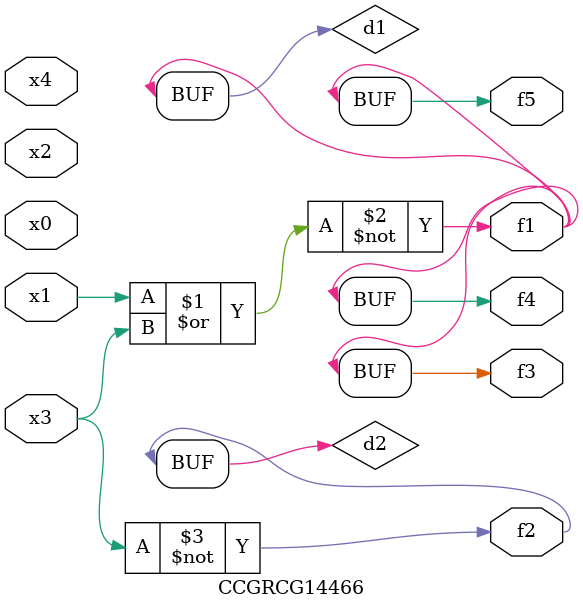
<source format=v>
module CCGRCG14466(
	input x0, x1, x2, x3, x4,
	output f1, f2, f3, f4, f5
);

	wire d1, d2;

	nor (d1, x1, x3);
	not (d2, x3);
	assign f1 = d1;
	assign f2 = d2;
	assign f3 = d1;
	assign f4 = d1;
	assign f5 = d1;
endmodule

</source>
